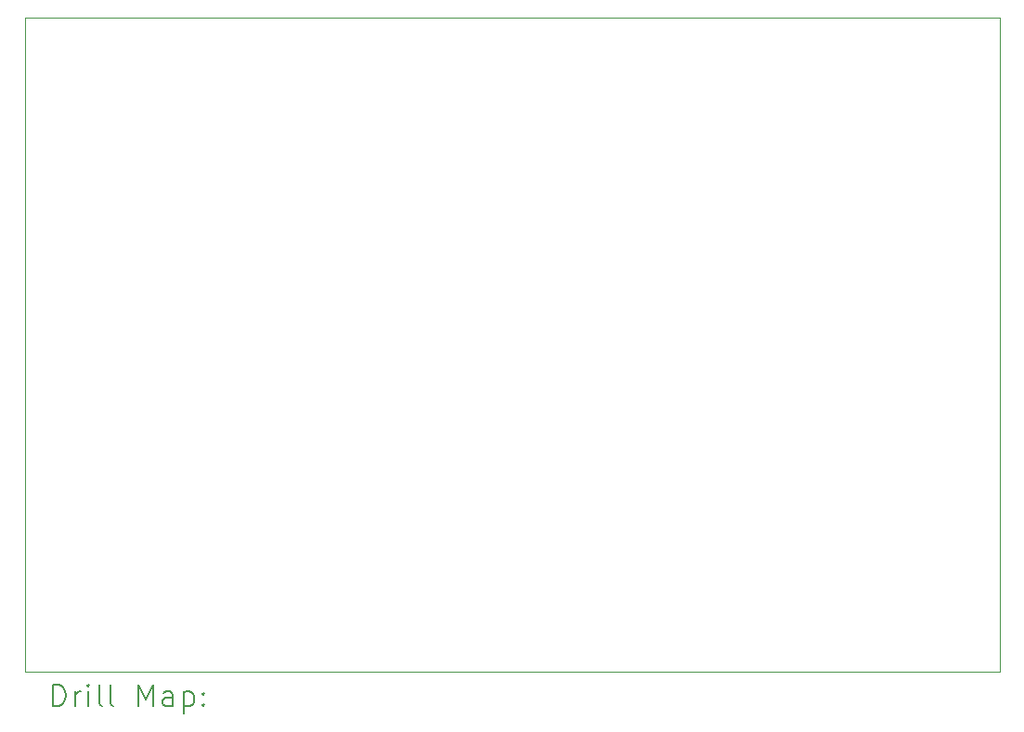
<source format=gbr>
%TF.GenerationSoftware,KiCad,Pcbnew,8.0.0*%
%TF.CreationDate,2024-05-29T15:57:05+02:00*%
%TF.ProjectId,FIR_filter_G431KB,4649525f-6669-46c7-9465-725f47343331,rev?*%
%TF.SameCoordinates,Original*%
%TF.FileFunction,Drillmap*%
%TF.FilePolarity,Positive*%
%FSLAX45Y45*%
G04 Gerber Fmt 4.5, Leading zero omitted, Abs format (unit mm)*
G04 Created by KiCad (PCBNEW 8.0.0) date 2024-05-29 15:57:05*
%MOMM*%
%LPD*%
G01*
G04 APERTURE LIST*
%ADD10C,0.050000*%
%ADD11C,0.200000*%
G04 APERTURE END LIST*
D10*
X17780000Y-9530000D02*
X26670000Y-9530000D01*
X26670000Y-15500000D01*
X17780000Y-15500000D01*
X17780000Y-9530000D01*
D11*
X18038277Y-15813984D02*
X18038277Y-15613984D01*
X18038277Y-15613984D02*
X18085896Y-15613984D01*
X18085896Y-15613984D02*
X18114467Y-15623508D01*
X18114467Y-15623508D02*
X18133515Y-15642555D01*
X18133515Y-15642555D02*
X18143039Y-15661603D01*
X18143039Y-15661603D02*
X18152563Y-15699698D01*
X18152563Y-15699698D02*
X18152563Y-15728269D01*
X18152563Y-15728269D02*
X18143039Y-15766365D01*
X18143039Y-15766365D02*
X18133515Y-15785412D01*
X18133515Y-15785412D02*
X18114467Y-15804460D01*
X18114467Y-15804460D02*
X18085896Y-15813984D01*
X18085896Y-15813984D02*
X18038277Y-15813984D01*
X18238277Y-15813984D02*
X18238277Y-15680650D01*
X18238277Y-15718746D02*
X18247801Y-15699698D01*
X18247801Y-15699698D02*
X18257324Y-15690174D01*
X18257324Y-15690174D02*
X18276372Y-15680650D01*
X18276372Y-15680650D02*
X18295420Y-15680650D01*
X18362086Y-15813984D02*
X18362086Y-15680650D01*
X18362086Y-15613984D02*
X18352563Y-15623508D01*
X18352563Y-15623508D02*
X18362086Y-15633031D01*
X18362086Y-15633031D02*
X18371610Y-15623508D01*
X18371610Y-15623508D02*
X18362086Y-15613984D01*
X18362086Y-15613984D02*
X18362086Y-15633031D01*
X18485896Y-15813984D02*
X18466848Y-15804460D01*
X18466848Y-15804460D02*
X18457324Y-15785412D01*
X18457324Y-15785412D02*
X18457324Y-15613984D01*
X18590658Y-15813984D02*
X18571610Y-15804460D01*
X18571610Y-15804460D02*
X18562086Y-15785412D01*
X18562086Y-15785412D02*
X18562086Y-15613984D01*
X18819229Y-15813984D02*
X18819229Y-15613984D01*
X18819229Y-15613984D02*
X18885896Y-15756841D01*
X18885896Y-15756841D02*
X18952563Y-15613984D01*
X18952563Y-15613984D02*
X18952563Y-15813984D01*
X19133515Y-15813984D02*
X19133515Y-15709222D01*
X19133515Y-15709222D02*
X19123991Y-15690174D01*
X19123991Y-15690174D02*
X19104944Y-15680650D01*
X19104944Y-15680650D02*
X19066848Y-15680650D01*
X19066848Y-15680650D02*
X19047801Y-15690174D01*
X19133515Y-15804460D02*
X19114467Y-15813984D01*
X19114467Y-15813984D02*
X19066848Y-15813984D01*
X19066848Y-15813984D02*
X19047801Y-15804460D01*
X19047801Y-15804460D02*
X19038277Y-15785412D01*
X19038277Y-15785412D02*
X19038277Y-15766365D01*
X19038277Y-15766365D02*
X19047801Y-15747317D01*
X19047801Y-15747317D02*
X19066848Y-15737793D01*
X19066848Y-15737793D02*
X19114467Y-15737793D01*
X19114467Y-15737793D02*
X19133515Y-15728269D01*
X19228753Y-15680650D02*
X19228753Y-15880650D01*
X19228753Y-15690174D02*
X19247801Y-15680650D01*
X19247801Y-15680650D02*
X19285896Y-15680650D01*
X19285896Y-15680650D02*
X19304944Y-15690174D01*
X19304944Y-15690174D02*
X19314467Y-15699698D01*
X19314467Y-15699698D02*
X19323991Y-15718746D01*
X19323991Y-15718746D02*
X19323991Y-15775888D01*
X19323991Y-15775888D02*
X19314467Y-15794936D01*
X19314467Y-15794936D02*
X19304944Y-15804460D01*
X19304944Y-15804460D02*
X19285896Y-15813984D01*
X19285896Y-15813984D02*
X19247801Y-15813984D01*
X19247801Y-15813984D02*
X19228753Y-15804460D01*
X19409705Y-15794936D02*
X19419229Y-15804460D01*
X19419229Y-15804460D02*
X19409705Y-15813984D01*
X19409705Y-15813984D02*
X19400182Y-15804460D01*
X19400182Y-15804460D02*
X19409705Y-15794936D01*
X19409705Y-15794936D02*
X19409705Y-15813984D01*
X19409705Y-15690174D02*
X19419229Y-15699698D01*
X19419229Y-15699698D02*
X19409705Y-15709222D01*
X19409705Y-15709222D02*
X19400182Y-15699698D01*
X19400182Y-15699698D02*
X19409705Y-15690174D01*
X19409705Y-15690174D02*
X19409705Y-15709222D01*
M02*

</source>
